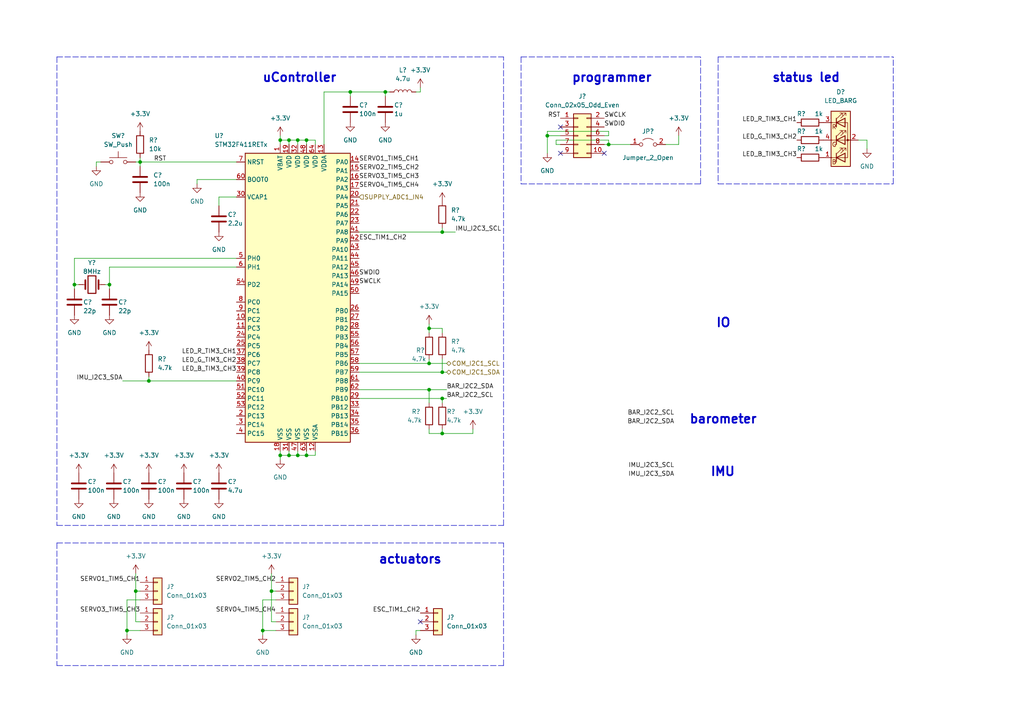
<source format=kicad_sch>
(kicad_sch (version 20211123) (generator eeschema)
  (paper "A4")
  (lib_symbols
    (symbol "Connector_Generic:Conn_01x03" (pin_names (offset 1.016) hide)
      (property "Reference" "J" (at 0 5.08 0))
      (property "Value" "Conn_01x03" (at 0 -5.08 0))
      (symbol "Conn_01x03_1_1"
        (rectangle (start -1.27 -2.413) (end 0 -2.667) (stroke (width 0.1524)))
        (rectangle (start -1.27 0.127) (end 0 -0.127) (stroke (width 0.1524)))
        (rectangle (start -1.27 2.667) (end 0 2.413) (stroke (width 0.1524)))
        (rectangle (start -1.27 3.81) (end 1.27 -3.81) (stroke (width 0.254)) (fill (type background)))
        (pin passive line (at -5.08 2.54 0) (length 3.81) (name "Pin_1") (number "1"))
        (pin passive line (at -5.08 0 0) (length 3.81) (name "Pin_2") (number "2"))
        (pin passive line (at -5.08 -2.54 0) (length 3.81) (name "Pin_3") (number "3"))
      )
    )
    (symbol "Connector_Generic:Conn_02x05_Odd_Even" (pin_names (offset 1.016) hide)
      (property "Reference" "J" (at 1.27 7.62 0))
      (property "Value" "Conn_02x05_Odd_Even" (at 1.27 -7.62 0))
      (symbol "Conn_02x05_Odd_Even_1_1"
        (rectangle (start -1.27 -4.953) (end 0 -5.207) (stroke (width 0.1524)))
        (rectangle (start -1.27 -2.413) (end 0 -2.667) (stroke (width 0.1524)))
        (rectangle (start -1.27 0.127) (end 0 -0.127) (stroke (width 0.1524)))
        (rectangle (start -1.27 2.667) (end 0 2.413) (stroke (width 0.1524)))
        (rectangle (start -1.27 5.207) (end 0 4.953) (stroke (width 0.1524)))
        (rectangle (start -1.27 6.35) (end 3.81 -6.35) (stroke (width 0.254)) (fill (type background)))
        (rectangle (start 3.81 -4.953) (end 2.54 -5.207) (stroke (width 0.1524)))
        (rectangle (start 3.81 -2.413) (end 2.54 -2.667) (stroke (width 0.1524)))
        (rectangle (start 3.81 0.127) (end 2.54 -0.127) (stroke (width 0.1524)))
        (rectangle (start 3.81 2.667) (end 2.54 2.413) (stroke (width 0.1524)))
        (rectangle (start 3.81 5.207) (end 2.54 4.953) (stroke (width 0.1524)))
        (pin passive line (at -5.08 5.08 0) (length 3.81) (name "Pin_1") (number "1"))
        (pin passive line (at 7.62 -5.08 180) (length 3.81) (name "Pin_10") (number "10"))
        (pin passive line (at 7.62 5.08 180) (length 3.81) (name "Pin_2") (number "2"))
        (pin passive line (at -5.08 2.54 0) (length 3.81) (name "Pin_3") (number "3"))
        (pin passive line (at 7.62 2.54 180) (length 3.81) (name "Pin_4") (number "4"))
        (pin passive line (at -5.08 0 0) (length 3.81) (name "Pin_5") (number "5"))
        (pin passive line (at 7.62 0 180) (length 3.81) (name "Pin_6") (number "6"))
        (pin passive line (at -5.08 -2.54 0) (length 3.81) (name "Pin_7") (number "7"))
        (pin passive line (at 7.62 -2.54 180) (length 3.81) (name "Pin_8") (number "8"))
        (pin passive line (at -5.08 -5.08 0) (length 3.81) (name "Pin_9") (number "9"))
      )
    )
    (symbol "Device:C" (pin_numbers hide) (pin_names (offset 0.254))
      (property "Reference" "C" (at 0.635 2.54 0))
      (property "Value" "C" (at 0.635 -2.54 0))
      (symbol "C_0_1"
        (polyline (pts (xy -2.032 -0.762) (xy 2.032 -0.762)) (stroke (width 0.508)))
        (polyline (pts (xy -2.032 0.762) (xy 2.032 0.762)) (stroke (width 0.508)))
      )
      (symbol "C_1_1"
        (pin passive line (at 0 3.81 270) (length 2.794) (name "~") (number "1"))
        (pin passive line (at 0 -3.81 90) (length 2.794) (name "~") (number "2"))
      )
    )
    (symbol "Device:Crystal" (pin_numbers hide) (pin_names (offset 1.016) hide)
      (property "Reference" "Y" (at 0 3.81 0))
      (property "Value" "Crystal" (at 0 -3.81 0))
      (symbol "Crystal_0_1"
        (rectangle (start -1.143 2.54) (end 1.143 -2.54) (stroke (width 0.3048)))
        (polyline (pts (xy -2.54 0) (xy -1.905 0)))
        (polyline (pts (xy -1.905 -1.27) (xy -1.905 1.27)) (stroke (width 0.508)))
        (polyline (pts (xy 1.905 -1.27) (xy 1.905 1.27)) (stroke (width 0.508)))
        (polyline (pts (xy 2.54 0) (xy 1.905 0)))
      )
      (symbol "Crystal_1_1"
        (pin passive line (at -3.81 0 0) (length 1.27) (name "1") (number "1"))
        (pin passive line (at 3.81 0 180) (length 1.27) (name "2") (number "2"))
      )
    )
    (symbol "Device:L" (pin_numbers hide) (pin_names (offset 1.016) hide)
      (property "Reference" "L" (at -1.27 0 90))
      (property "Value" "L" (at 1.905 0 90))
      (symbol "L_0_1"
        (arc (start 0 -2.54) (mid 0.635 -1.905) (end 0 -1.27))
        (arc (start 0 -1.27) (mid 0.635 -0.635) (end 0 0))
        (arc (start 0 0) (mid 0.635 0.635) (end 0 1.27))
        (arc (start 0 1.27) (mid 0.635 1.905) (end 0 2.54))
      )
      (symbol "L_1_1"
        (pin passive line (at 0 3.81 270) (length 1.27) (name "1") (number "1"))
        (pin passive line (at 0 -3.81 90) (length 1.27) (name "2") (number "2"))
      )
    )
    (symbol "Device:LED_BARG" (pin_names (offset 0) hide)
      (property "Reference" "D" (at 0 9.398 0))
      (property "Value" "LED_BARG" (at 0 -8.89 0))
      (symbol "LED_BARG_0_0"
        (text "B" (at -1.905 -6.35 0) (effects (font (size 1.27 1.27))))
        (text "G" (at -1.905 -1.27 0) (effects (font (size 1.27 1.27))))
        (text "R" (at -1.905 3.81 0) (effects (font (size 1.27 1.27))))
      )
      (symbol "LED_BARG_0_1"
        (polyline (pts (xy -1.27 -5.08) (xy -2.54 -5.08)))
        (polyline (pts (xy -1.27 -5.08) (xy 1.27 -5.08)))
        (polyline (pts (xy -1.27 -3.81) (xy -1.27 -6.35)) (stroke (width 0.254)))
        (polyline (pts (xy -1.27 0) (xy -2.54 0)))
        (polyline (pts (xy -1.27 1.27) (xy -1.27 -1.27)) (stroke (width 0.254)))
        (polyline (pts (xy -1.27 5.08) (xy -2.54 5.08)))
        (polyline (pts (xy -1.27 5.08) (xy 1.27 5.08)))
        (polyline (pts (xy -1.27 6.35) (xy -1.27 3.81)) (stroke (width 0.254)))
        (polyline (pts (xy 1.27 0) (xy -1.27 0)))
        (polyline (pts (xy 1.27 0) (xy 2.54 0)))
        (polyline (pts (xy -1.27 1.27) (xy -1.27 -1.27) (xy -1.27 -1.27)))
        (polyline (pts (xy -1.27 6.35) (xy -1.27 3.81) (xy -1.27 3.81)))
        (polyline (pts (xy 1.27 -5.08) (xy 2.032 -5.08) (xy 2.032 5.08) (xy 1.27 5.08)))
        (polyline (pts (xy 1.27 -3.81) (xy 1.27 -6.35) (xy -1.27 -5.08) (xy 1.27 -3.81)) (stroke (width 0.254)))
        (polyline (pts (xy 1.27 1.27) (xy 1.27 -1.27) (xy -1.27 0) (xy 1.27 1.27)) (stroke (width 0.254)))
        (polyline (pts (xy 1.27 6.35) (xy 1.27 3.81) (xy -1.27 5.08) (xy 1.27 6.35)) (stroke (width 0.254)))
        (polyline (pts (xy -1.016 -3.81) (xy 0.508 -2.286) (xy -0.254 -2.286) (xy 0.508 -2.286) (xy 0.508 -3.048)))
        (polyline (pts (xy -1.016 1.27) (xy 0.508 2.794) (xy -0.254 2.794) (xy 0.508 2.794) (xy 0.508 2.032)))
        (polyline (pts (xy -1.016 6.35) (xy 0.508 7.874) (xy -0.254 7.874) (xy 0.508 7.874) (xy 0.508 7.112)))
        (polyline (pts (xy 0 -3.81) (xy 1.524 -2.286) (xy 0.762 -2.286) (xy 1.524 -2.286) (xy 1.524 -3.048)))
        (polyline (pts (xy 0 1.27) (xy 1.524 2.794) (xy 0.762 2.794) (xy 1.524 2.794) (xy 1.524 2.032)))
        (polyline (pts (xy 0 6.35) (xy 1.524 7.874) (xy 0.762 7.874) (xy 1.524 7.874) (xy 1.524 7.112)))
        (rectangle (start 1.27 -1.27) (end 1.27 1.27))
        (rectangle (start 1.27 1.27) (end 1.27 1.27))
        (rectangle (start 1.27 3.81) (end 1.27 6.35))
        (rectangle (start 1.27 6.35) (end 1.27 6.35))
        (circle (center 2.032 0) (radius 0.254) (fill (type outline)))
        (rectangle (start 2.794 8.382) (end -2.794 -7.62) (stroke (width 0.254)) (fill (type background)))
      )
      (symbol "LED_BARG_1_1"
        (pin passive line (at -5.08 -5.08 0) (length 2.54) (name "BK") (number "1"))
        (pin passive line (at 5.08 0 180) (length 2.54) (name "A") (number "2"))
        (pin passive line (at -5.08 5.08 0) (length 2.54) (name "RK") (number "3"))
        (pin passive line (at -5.08 0 0) (length 2.54) (name "GK") (number "4"))
      )
    )
    (symbol "Device:R" (pin_numbers hide) (pin_names (offset 0))
      (property "Reference" "R" (at 2.032 0 90))
      (property "Value" "R" (at 0 0 90))
      (symbol "R_0_1"
        (rectangle (start -1.016 -2.54) (end 1.016 2.54) (stroke (width 0.254)))
      )
      (symbol "R_1_1"
        (pin passive line (at 0 3.81 270) (length 1.27) (name "~") (number "1"))
        (pin passive line (at 0 -3.81 90) (length 1.27) (name "~") (number "2"))
      )
    )
    (symbol "Jumper:Jumper_2_Open" (pin_names (offset 0) hide)
      (property "Reference" "JP" (at 0 2.794 0))
      (property "Value" "Jumper_2_Open" (at 0 -2.286 0))
      (symbol "Jumper_2_Open_0_0"
        (circle (center -2.032 0) (radius 0.508))
        (circle (center 2.032 0) (radius 0.508))
      )
      (symbol "Jumper_2_Open_0_1"
        (arc (start 1.524 1.27) (mid 0 1.778) (end -1.524 1.27))
      )
      (symbol "Jumper_2_Open_1_1"
        (pin passive line (at -5.08 0 0) (length 2.54) (name "A") (number "1"))
        (pin passive line (at 5.08 0 180) (length 2.54) (name "B") (number "2"))
      )
    )
    (symbol "MCU_ST_STM32F4:STM32F411RETx"
      (property "Reference" "U" (at -15.24 41.91 0))
      (property "Value" "STM32F411RETx" (at 10.16 41.91 0))
      (symbol "STM32F411RETx_0_1"
        (rectangle (start -15.24 -43.18) (end 15.24 40.64) (stroke (width 0.254)) (fill (type background)))
      )
      (symbol "STM32F411RETx_1_1"
        (pin power_in line (at -5.08 43.18 270) (length 2.54) (name "VBAT") (number "1"))
        (pin bidirectional line (at -17.78 -7.62 0) (length 2.54) (name "PC2") (number "10"))
        (pin bidirectional line (at -17.78 -10.16 0) (length 2.54) (name "PC3") (number "11"))
        (pin power_in line (at 5.08 -45.72 90) (length 2.54) (name "VSSA") (number "12"))
        (pin power_in line (at 7.62 43.18 270) (length 2.54) (name "VDDA") (number "13"))
        (pin bidirectional line (at 17.78 38.1 180) (length 2.54) (name "PA0") (number "14"))
        (pin bidirectional line (at 17.78 35.56 180) (length 2.54) (name "PA1") (number "15"))
        (pin bidirectional line (at 17.78 33.02 180) (length 2.54) (name "PA2") (number "16"))
        (pin bidirectional line (at 17.78 30.48 180) (length 2.54) (name "PA3") (number "17"))
        (pin power_in line (at -5.08 -45.72 90) (length 2.54) (name "VSS") (number "18"))
        (pin power_in line (at -2.54 43.18 270) (length 2.54) (name "VDD") (number "19"))
        (pin bidirectional line (at -17.78 -35.56 0) (length 2.54) (name "PC13") (number "2"))
        (pin bidirectional line (at 17.78 27.94 180) (length 2.54) (name "PA4") (number "20"))
        (pin bidirectional line (at 17.78 25.4 180) (length 2.54) (name "PA5") (number "21"))
        (pin bidirectional line (at 17.78 22.86 180) (length 2.54) (name "PA6") (number "22"))
        (pin bidirectional line (at 17.78 20.32 180) (length 2.54) (name "PA7") (number "23"))
        (pin bidirectional line (at -17.78 -12.7 0) (length 2.54) (name "PC4") (number "24"))
        (pin bidirectional line (at -17.78 -15.24 0) (length 2.54) (name "PC5") (number "25"))
        (pin bidirectional line (at 17.78 -5.08 180) (length 2.54) (name "PB0") (number "26"))
        (pin bidirectional line (at 17.78 -7.62 180) (length 2.54) (name "PB1") (number "27"))
        (pin bidirectional line (at 17.78 -10.16 180) (length 2.54) (name "PB2") (number "28"))
        (pin bidirectional line (at 17.78 -30.48 180) (length 2.54) (name "PB10") (number "29"))
        (pin bidirectional line (at -17.78 -38.1 0) (length 2.54) (name "PC14") (number "3"))
        (pin power_in line (at -17.78 27.94 0) (length 2.54) (name "VCAP1") (number "30"))
        (pin power_in line (at -2.54 -45.72 90) (length 2.54) (name "VSS") (number "31"))
        (pin power_in line (at 0 43.18 270) (length 2.54) (name "VDD") (number "32"))
        (pin bidirectional line (at 17.78 -33.02 180) (length 2.54) (name "PB12") (number "33"))
        (pin bidirectional line (at 17.78 -35.56 180) (length 2.54) (name "PB13") (number "34"))
        (pin bidirectional line (at 17.78 -38.1 180) (length 2.54) (name "PB14") (number "35"))
        (pin bidirectional line (at 17.78 -40.64 180) (length 2.54) (name "PB15") (number "36"))
        (pin bidirectional line (at -17.78 -17.78 0) (length 2.54) (name "PC6") (number "37"))
        (pin bidirectional line (at -17.78 -20.32 0) (length 2.54) (name "PC7") (number "38"))
        (pin bidirectional line (at -17.78 -22.86 0) (length 2.54) (name "PC8") (number "39"))
        (pin bidirectional line (at -17.78 -40.64 0) (length 2.54) (name "PC15") (number "4"))
        (pin bidirectional line (at -17.78 -25.4 0) (length 2.54) (name "PC9") (number "40"))
        (pin bidirectional line (at 17.78 17.78 180) (length 2.54) (name "PA8") (number "41"))
        (pin bidirectional line (at 17.78 15.24 180) (length 2.54) (name "PA9") (number "42"))
        (pin bidirectional line (at 17.78 12.7 180) (length 2.54) (name "PA10") (number "43"))
        (pin bidirectional line (at 17.78 10.16 180) (length 2.54) (name "PA11") (number "44"))
        (pin bidirectional line (at 17.78 7.62 180) (length 2.54) (name "PA12") (number "45"))
        (pin bidirectional line (at 17.78 5.08 180) (length 2.54) (name "PA13") (number "46"))
        (pin power_in line (at 0 -45.72 90) (length 2.54) (name "VSS") (number "47"))
        (pin power_in line (at 2.54 43.18 270) (length 2.54) (name "VDD") (number "48"))
        (pin bidirectional line (at 17.78 2.54 180) (length 2.54) (name "PA14") (number "49"))
        (pin input line (at -17.78 10.16 0) (length 2.54) (name "PH0") (number "5"))
        (pin bidirectional line (at 17.78 0 180) (length 2.54) (name "PA15") (number "50"))
        (pin bidirectional line (at -17.78 -27.94 0) (length 2.54) (name "PC10") (number "51"))
        (pin bidirectional line (at -17.78 -30.48 0) (length 2.54) (name "PC11") (number "52"))
        (pin bidirectional line (at -17.78 -33.02 0) (length 2.54) (name "PC12") (number "53"))
        (pin bidirectional line (at -17.78 2.54 0) (length 2.54) (name "PD2") (number "54"))
        (pin bidirectional line (at 17.78 -12.7 180) (length 2.54) (name "PB3") (number "55"))
        (pin bidirectional line (at 17.78 -15.24 180) (length 2.54) (name "PB4") (number "56"))
        (pin bidirectional line (at 17.78 -17.78 180) (length 2.54) (name "PB5") (number "57"))
        (pin bidirectional line (at 17.78 -20.32 180) (length 2.54) (name "PB6") (number "58"))
        (pin bidirectional line (at 17.78 -22.86 180) (length 2.54) (name "PB7") (number "59"))
        (pin input line (at -17.78 7.62 0) (length 2.54) (name "PH1") (number "6"))
        (pin input line (at -17.78 33.02 0) (length 2.54) (name "BOOT0") (number "60"))
        (pin bidirectional line (at 17.78 -25.4 180) (length 2.54) (name "PB8") (number "61"))
        (pin bidirectional line (at 17.78 -27.94 180) (length 2.54) (name "PB9") (number "62"))
        (pin power_in line (at 2.54 -45.72 90) (length 2.54) (name "VSS") (number "63"))
        (pin power_in line (at 5.08 43.18 270) (length 2.54) (name "VDD") (number "64"))
        (pin input line (at -17.78 38.1 0) (length 2.54) (name "NRST") (number "7"))
        (pin bidirectional line (at -17.78 -2.54 0) (length 2.54) (name "PC0") (number "8"))
        (pin bidirectional line (at -17.78 -5.08 0) (length 2.54) (name "PC1") (number "9"))
      )
    )
    (symbol "Switch:SW_Push" (pin_numbers hide) (pin_names (offset 1.016) hide)
      (property "Reference" "SW" (at 1.27 2.54 0))
      (property "Value" "SW_Push" (at 0 -1.524 0))
      (symbol "SW_Push_0_1"
        (circle (center -2.032 0) (radius 0.508))
        (polyline (pts (xy 0 1.27) (xy 0 3.048)))
        (polyline (pts (xy 2.54 1.27) (xy -2.54 1.27)))
        (circle (center 2.032 0) (radius 0.508))
        (pin passive line (at -5.08 0 0) (length 2.54) (name "1") (number "1"))
        (pin passive line (at 5.08 0 180) (length 2.54) (name "2") (number "2"))
      )
    )
    (symbol "power:+3.3V" (power) (pin_names (offset 0))
      (property "Value" "+3.3V" (at 0 3.556 0))
      (symbol "+3.3V_0_1"
        (polyline (pts (xy -0.762 1.27) (xy 0 2.54)))
        (polyline (pts (xy 0 0) (xy 0 2.54)))
        (polyline (pts (xy 0 2.54) (xy 0.762 1.27)))
      )
      (symbol "+3.3V_1_1"
        (pin power_in line (at 0 0 90) (length 0) hide (name "+3.3V") (number "1"))
      )
    )
    (symbol "power:GND" (power) (pin_names (offset 0))
      (property "Value" "GND" (at 0 -3.81 0))
      (symbol "GND_0_1"
        (polyline (pts (xy 0 0) (xy 0 -1.27) (xy 1.27 -1.27) (xy 0 -2.54) (xy -1.27 -1.27) (xy 0 -1.27)))
      )
      (symbol "GND_1_1"
        (pin power_in line (at 0 0 270) (length 0) hide (name "GND") (number "1"))
      )
    )
  )
  (junction (at 83.82 132.08))
  (junction (at 40.64 46.99))
  (junction (at 83.82 40.64))
  (junction (at 81.28 40.64))
  (junction (at 128.27 107.95))
  (junction (at 88.9 132.08))
  (junction (at 39.37 171.45))
  (junction (at 88.9 40.64))
  (junction (at 86.36 40.64))
  (junction (at 86.36 132.08))
  (junction (at 76.2 182.88))
  (junction (at 36.83 182.88))
  (junction (at 128.27 125.73))
  (junction (at 124.46 113.03))
  (junction (at 101.6 26.67))
  (junction (at 81.28 132.08))
  (junction (at 31.75 82.55))
  (junction (at 176.53 41.91))
  (junction (at 111.76 26.67))
  (junction (at 21.59 82.55))
  (junction (at 158.75 39.37))
  (junction (at 128.27 115.57))
  (junction (at 43.18 110.49))
  (junction (at 124.46 95.25))
  (junction (at 78.74 171.45))
  (junction (at 124.46 105.41))
  (junction (at 128.27 67.31))
  (no_connect (at 162.56 44.45))
  (no_connect (at 162.56 36.83))
  (no_connect (at 175.26 44.45))
  (no_connect (at 121.92 180.34))
  (wire (pts (xy 196.85 41.91) (xy 196.85 39.37)))
  (wire (pts (xy 31.75 82.55) (xy 31.75 83.82)))
  (wire (pts (xy 161.29 40.64) (xy 176.53 40.64)))
  (wire (pts (xy 36.83 182.88) (xy 36.83 173.99)))
  (wire (pts (xy 68.58 52.07) (xy 57.15 52.07)))
  (wire (pts (xy 124.46 105.41) (xy 104.14 105.41)))
  (wire (pts (xy 31.75 82.55) (xy 30.48 82.55)))
  (wire (pts (xy 121.92 26.67) (xy 121.92 25.4)))
  (polyline (pts (xy 208.28 16.51) (xy 259.08 16.51)))
  (wire (pts (xy 129.54 105.41) (xy 124.46 105.41)))
  (wire (pts (xy 21.59 82.55) (xy 22.86 82.55)))
  (wire (pts (xy 129.54 107.95) (xy 128.27 107.95)))
  (polyline (pts (xy 208.28 53.34) (xy 259.08 53.34)))
  (polyline (pts (xy 16.51 157.48) (xy 146.05 157.48)))
  (wire (pts (xy 91.44 40.64) (xy 91.44 41.91)))
  (wire (pts (xy 91.44 132.08) (xy 91.44 130.81)))
  (wire (pts (xy 86.36 132.08) (xy 86.36 130.81)))
  (wire (pts (xy 111.76 26.67) (xy 113.03 26.67)))
  (wire (pts (xy 36.83 182.88) (xy 36.83 184.15)))
  (wire (pts (xy 124.46 125.73) (xy 128.27 125.73)))
  (wire (pts (xy 83.82 40.64) (xy 83.82 41.91)))
  (wire (pts (xy 83.82 130.81) (xy 83.82 132.08)))
  (wire (pts (xy 76.2 182.88) (xy 80.01 182.88)))
  (wire (pts (xy 124.46 95.25) (xy 128.27 95.25)))
  (wire (pts (xy 175.26 39.37) (xy 176.53 39.37)))
  (wire (pts (xy 76.2 182.88) (xy 76.2 184.15)))
  (wire (pts (xy 86.36 132.08) (xy 88.9 132.08)))
  (wire (pts (xy 248.92 40.64) (xy 251.46 40.64)))
  (wire (pts (xy 68.58 74.93) (xy 21.59 74.93)))
  (wire (pts (xy 83.82 40.64) (xy 86.36 40.64)))
  (wire (pts (xy 128.27 67.31) (xy 104.14 67.31)))
  (wire (pts (xy 81.28 40.64) (xy 83.82 40.64)))
  (wire (pts (xy 81.28 132.08) (xy 83.82 132.08)))
  (polyline (pts (xy 151.13 53.34) (xy 203.2 53.34)))
  (wire (pts (xy 39.37 166.37) (xy 39.37 171.45)))
  (polyline (pts (xy 16.51 152.4) (xy 146.05 152.4)))
  (wire (pts (xy 120.65 26.67) (xy 121.92 26.67)))
  (wire (pts (xy 129.54 115.57) (xy 128.27 115.57)))
  (wire (pts (xy 80.01 180.34) (xy 78.74 180.34)))
  (wire (pts (xy 88.9 40.64) (xy 91.44 40.64)))
  (wire (pts (xy 176.53 38.1) (xy 158.75 38.1)))
  (wire (pts (xy 78.74 166.37) (xy 78.74 171.45)))
  (wire (pts (xy 128.27 115.57) (xy 104.14 115.57)))
  (wire (pts (xy 39.37 171.45) (xy 39.37 180.34)))
  (polyline (pts (xy 259.08 53.34) (xy 259.08 16.51)))
  (wire (pts (xy 128.27 107.95) (xy 104.14 107.95)))
  (wire (pts (xy 21.59 74.93) (xy 21.59 82.55)))
  (wire (pts (xy 124.46 124.46) (xy 124.46 125.73)))
  (wire (pts (xy 86.36 40.64) (xy 86.36 41.91)))
  (wire (pts (xy 128.27 66.04) (xy 128.27 67.31)))
  (wire (pts (xy 35.56 110.49) (xy 43.18 110.49)))
  (wire (pts (xy 124.46 93.98) (xy 124.46 95.25)))
  (polyline (pts (xy 16.51 157.48) (xy 16.51 193.04)))
  (wire (pts (xy 88.9 40.64) (xy 88.9 41.91)))
  (wire (pts (xy 101.6 26.67) (xy 101.6 27.94)))
  (wire (pts (xy 161.29 41.91) (xy 161.29 40.64)))
  (wire (pts (xy 93.98 41.91) (xy 93.98 26.67)))
  (polyline (pts (xy 16.51 16.51) (xy 146.05 16.51)))
  (wire (pts (xy 63.5 57.15) (xy 63.5 59.69)))
  (wire (pts (xy 81.28 130.81) (xy 81.28 132.08)))
  (wire (pts (xy 251.46 40.64) (xy 251.46 43.18)))
  (wire (pts (xy 81.28 41.91) (xy 81.28 40.64)))
  (wire (pts (xy 124.46 113.03) (xy 124.46 116.84)))
  (polyline (pts (xy 208.28 16.51) (xy 208.28 53.34)))
  (polyline (pts (xy 146.05 193.04) (xy 146.05 157.48)))
  (polyline (pts (xy 146.05 152.4) (xy 146.05 16.51)))
  (wire (pts (xy 128.27 95.25) (xy 128.27 96.52)))
  (wire (pts (xy 128.27 125.73) (xy 137.16 125.73)))
  (wire (pts (xy 81.28 39.37) (xy 81.28 40.64)))
  (polyline (pts (xy 151.13 16.51) (xy 203.2 16.51)))
  (wire (pts (xy 86.36 40.64) (xy 88.9 40.64)))
  (wire (pts (xy 57.15 52.07) (xy 57.15 53.34)))
  (polyline (pts (xy 203.2 53.34) (xy 203.2 16.51)))
  (wire (pts (xy 81.28 132.08) (xy 81.28 133.35)))
  (wire (pts (xy 124.46 113.03) (xy 104.14 113.03)))
  (wire (pts (xy 124.46 104.14) (xy 124.46 105.41)))
  (wire (pts (xy 158.75 39.37) (xy 158.75 44.45)))
  (wire (pts (xy 36.83 182.88) (xy 40.64 182.88)))
  (wire (pts (xy 132.08 67.31) (xy 128.27 67.31)))
  (wire (pts (xy 162.56 41.91) (xy 161.29 41.91)))
  (wire (pts (xy 43.18 110.49) (xy 68.58 110.49)))
  (wire (pts (xy 88.9 132.08) (xy 88.9 130.81)))
  (polyline (pts (xy 16.51 16.51) (xy 16.51 152.4)))
  (wire (pts (xy 78.74 180.34) (xy 78.74 171.45)))
  (wire (pts (xy 120.65 182.88) (xy 121.92 182.88)))
  (wire (pts (xy 101.6 26.67) (xy 111.76 26.67)))
  (wire (pts (xy 129.54 113.03) (xy 124.46 113.03)))
  (wire (pts (xy 39.37 171.45) (xy 40.64 171.45)))
  (wire (pts (xy 39.37 180.34) (xy 40.64 180.34)))
  (wire (pts (xy 193.04 41.91) (xy 196.85 41.91)))
  (wire (pts (xy 88.9 132.08) (xy 91.44 132.08)))
  (wire (pts (xy 158.75 38.1) (xy 158.75 39.37)))
  (wire (pts (xy 36.83 173.99) (xy 40.64 173.99)))
  (wire (pts (xy 27.94 46.99) (xy 27.94 48.26)))
  (wire (pts (xy 83.82 132.08) (xy 86.36 132.08)))
  (wire (pts (xy 128.27 115.57) (xy 128.27 116.84)))
  (wire (pts (xy 111.76 26.67) (xy 111.76 27.94)))
  (wire (pts (xy 76.2 173.99) (xy 80.01 173.99)))
  (wire (pts (xy 93.98 26.67) (xy 101.6 26.67)))
  (wire (pts (xy 29.21 46.99) (xy 27.94 46.99)))
  (polyline (pts (xy 16.51 193.04) (xy 146.05 193.04)))
  (wire (pts (xy 43.18 109.22) (xy 43.18 110.49)))
  (polyline (pts (xy 151.13 16.51) (xy 151.13 53.34)))
  (wire (pts (xy 39.37 46.99) (xy 40.64 46.99)))
  (wire (pts (xy 176.53 40.64) (xy 176.53 41.91)))
  (wire (pts (xy 68.58 46.99) (xy 40.64 46.99)))
  (wire (pts (xy 21.59 82.55) (xy 21.59 83.82)))
  (wire (pts (xy 128.27 104.14) (xy 128.27 107.95)))
  (wire (pts (xy 176.53 39.37) (xy 176.53 38.1)))
  (wire (pts (xy 137.16 125.73) (xy 137.16 124.46)))
  (wire (pts (xy 128.27 125.73) (xy 128.27 124.46)))
  (wire (pts (xy 40.64 46.99) (xy 40.64 48.26)))
  (wire (pts (xy 78.74 171.45) (xy 80.01 171.45)))
  (wire (pts (xy 176.53 41.91) (xy 182.88 41.91)))
  (wire (pts (xy 31.75 77.47) (xy 31.75 82.55)))
  (wire (pts (xy 158.75 39.37) (xy 162.56 39.37)))
  (wire (pts (xy 40.64 46.99) (xy 40.64 45.72)))
  (wire (pts (xy 176.53 41.91) (xy 175.26 41.91)))
  (wire (pts (xy 120.65 184.15) (xy 120.65 182.88)))
  (wire (pts (xy 124.46 95.25) (xy 124.46 96.52)))
  (wire (pts (xy 68.58 77.47) (xy 31.75 77.47)))
  (wire (pts (xy 76.2 182.88) (xy 76.2 173.99)))
  (wire (pts (xy 68.58 57.15) (xy 63.5 57.15)))
  (text "IMU" (at 213.36 138.43 180) (effects (font (size 2.54 2.54) (thickness 0.508) bold) (justify right bottom)))
  (text "actuators" (at 128.27 163.83 180) (effects (font (size 2.54 2.54) (thickness 0.508) bold) (justify right bottom)))
  (text "IO" (at 212.09 95.25 180) (effects (font (size 2.54 2.54) (thickness 0.508) bold) (justify right bottom)))
  (text "status led" (at 243.84 24.13 180) (effects (font (size 2.54 2.54) (thickness 0.508) bold) (justify right bottom)))
  (text "uController" (at 97.79 24.13 180) (effects (font (size 2.54 2.54) (thickness 0.508) bold) (justify right bottom)))
  (text "programmer" (at 189.23 24.13 180) (effects (font (size 2.54 2.54) (thickness 0.508) bold) (justify right bottom)))
  (text "barometer" (at 219.71 123.19 180) (effects (font (size 2.54 2.54) (thickness 0.508) bold) (justify right bottom)))
  (label "LED_R_TIM3_CH1" (at 231.14 35.56 180))
  (label "SERVO2_TIM5_CH2" (at 104.14 49.53 0))
  (label "LED_B_TIM3_CH3" (at 231.14 45.72 180))
  (label "BAR_I2C2_SDA" (at 129.54 113.03 0))
  (label "SWDIO" (at 175.26 36.83 0))
  (label "IMU_I2C3_SDA" (at 195.58 138.43 180))
  (label "ESC_TIM1_CH2" (at 104.14 69.85 0))
  (label "LED_B_TIM3_CH3" (at 68.58 107.95 180))
  (label "LED_R_TIM3_CH1" (at 68.58 102.87 180))
  (label "SWCLK" (at 175.26 34.29 0))
  (label "SERVO4_TIM5_CH4" (at 104.14 54.61 0))
  (label "ESC_TIM1_CH2" (at 121.92 177.8 180))
  (label "BAR_I2C2_SDA" (at 195.58 123.19 180))
  (label "SERVO1_TIM5_CH1" (at 40.64 168.91 180))
  (label "IMU_I2C3_SCL" (at 132.08 67.31 0))
  (label "BAR_I2C2_SCL" (at 129.54 115.57 0))
  (label "SERVO3_TIM5_CH3" (at 104.14 52.07 0))
  (label "RST" (at 48.26 46.99 180))
  (label "SWCLK" (at 104.14 82.55 0))
  (label "IMU_I2C3_SDA" (at 35.56 110.49 180))
  (label "SERVO4_TIM5_CH4" (at 80.01 177.8 180))
  (label "SERVO1_TIM5_CH1" (at 104.14 46.99 0))
  (label "LED_G_TIM3_CH2" (at 68.58 105.41 180))
  (label "SERVO3_TIM5_CH3" (at 40.64 177.8 180))
  (label "LED_G_TIM3_CH2" (at 231.14 40.64 180))
  (label "RST" (at 162.56 34.29 180))
  (label "SWDIO" (at 104.14 80.01 0))
  (label "BAR_I2C2_SCL" (at 195.58 120.65 180))
  (label "IMU_I2C3_SCL" (at 195.58 135.89 180))
  (label "SERVO2_TIM5_CH2" (at 80.01 168.91 180))
  (hierarchical_label "COM_I2C1_SDA" (shape bidirectional) (at 129.54 107.95 0))
  (hierarchical_label "COM_I2C1_SCL" (shape bidirectional) (at 129.54 105.41 0))
  (hierarchical_label "SUPPLY_ADC1_IN4" (shape input) (at 104.14 57.15 0))
  (symbol (lib_id "Device:C") (at 101.6 31.75 0) (unit 1)
    (property "Reference" "C?" (at 104.14 30.48 0) (effects (justify left)))
    (property "Value" "100n" (at 104.14 33.02 0) (effects (justify left)))
  )
  (symbol (lib_id "power:GND") (at 158.75 44.45 0) (unit 1)
    (property "Reference" "#PWR?" (effects hide))
    (property "Value" "GND" (at 158.75 49.53 0))
  )
  (symbol (lib_id "Connector_Generic:Conn_02x05_Odd_Even") (at 167.64 39.37 0) (unit 1)
    (property "Reference" "J?" (at 168.91 27.94 0))
    (property "Value" "Conn_02x05_Odd_Even" (at 168.91 30.48 0))
  )
  (symbol (lib_id "power:+3.3V") (at 137.16 124.46 0) (unit 1)
    (property "Reference" "#PWR?" (effects hide))
    (property "Value" "+3.3V" (at 137.16 119.38 0))
  )
  (symbol (lib_id "power:GND") (at 76.2 184.15 0) (unit 1)
    (property "Reference" "#PWR?" (effects hide))
    (property "Value" "GND" (at 76.2 189.23 0))
  )
  (symbol (lib_id "Device:C") (at 63.5 140.97 0) (unit 1)
    (property "Reference" "C?" (at 66.04 139.7 0) (effects (justify left)))
    (property "Value" "4.7u" (at 66.04 142.24 0) (effects (justify left)))
  )
  (symbol (lib_id "Device:C") (at 33.02 140.97 0) (unit 1)
    (property "Reference" "C?" (at 35.56 139.7 0) (effects (justify left)))
    (property "Value" "100n" (at 35.56 142.24 0) (effects (justify left)))
  )
  (symbol (lib_id "Device:C") (at 53.34 140.97 0) (unit 1)
    (property "Reference" "C?" (at 55.88 139.7 0) (effects (justify left)))
    (property "Value" "100n" (at 55.88 142.24 0) (effects (justify left)))
  )
  (symbol (lib_id "Device:LED_BARG") (at 243.84 40.64 0) (unit 1)
    (property "Reference" "D?" (at 243.84 26.67 0))
    (property "Value" "LED_BARG" (at 243.84 29.21 0))
  )
  (symbol (lib_id "power:GND") (at 251.46 43.18 0) (unit 1)
    (property "Reference" "#PWR?" (effects hide))
    (property "Value" "GND" (at 251.46 48.26 0))
  )
  (symbol (lib_id "Connector_Generic:Conn_01x03") (at 127 180.34 0) (unit 1)
    (property "Reference" "J?" (at 129.54 179.0699 0) (effects (justify left)))
    (property "Value" "Conn_01x03" (at 129.54 181.6099 0) (effects (justify left)))
  )
  (symbol (lib_id "Device:R") (at 128.27 120.65 0) (unit 1)
    (property "Reference" "R?" (at 129.54 119.38 0) (effects (justify left)))
    (property "Value" "4.7k" (at 129.54 121.92 0) (effects (justify left)))
  )
  (symbol (lib_id "power:GND") (at 43.18 144.78 0) (unit 1)
    (property "Reference" "#PWR?" (effects hide))
    (property "Value" "GND" (at 43.18 149.86 0))
  )
  (symbol (lib_id "Connector_Generic:Conn_01x03") (at 85.09 171.45 0) (unit 1)
    (property "Reference" "J?" (at 87.63 170.1799 0) (effects (justify left)))
    (property "Value" "Conn_01x03" (at 87.63 172.7199 0) (effects (justify left)))
  )
  (symbol (lib_id "power:+3.3V") (at 128.27 58.42 0) (unit 1)
    (property "Reference" "#PWR?" (effects hide))
    (property "Value" "+3.3V" (at 128.27 53.34 0))
  )
  (symbol (lib_id "Device:R") (at 124.46 100.33 0) (unit 1)
    (property "Reference" "R?" (at 120.65 101.6 0) (effects (justify left)))
    (property "Value" "4.7k" (at 119.38 104.14 0) (effects (justify left)))
  )
  (symbol (lib_id "power:+3.3V") (at 43.18 137.16 0) (unit 1)
    (property "Reference" "#PWR?" (effects hide))
    (property "Value" "+3.3V" (at 43.18 132.08 0))
  )
  (symbol (lib_id "power:GND") (at 57.15 53.34 0) (unit 1)
    (property "Reference" "#PWR?" (effects hide))
    (property "Value" "GND" (at 57.15 58.42 0))
  )
  (symbol (lib_id "power:GND") (at 53.34 144.78 0) (unit 1)
    (property "Reference" "#PWR?" (effects hide))
    (property "Value" "GND" (at 53.34 149.86 0))
  )
  (symbol (lib_id "power:+3.3V") (at 39.37 166.37 0) (unit 1)
    (property "Reference" "#PWR?" (effects hide))
    (property "Value" "+3.3V" (at 39.37 161.29 0))
  )
  (symbol (lib_id "power:GND") (at 33.02 144.78 0) (unit 1)
    (property "Reference" "#PWR?" (effects hide))
    (property "Value" "GND" (at 33.02 149.86 0))
  )
  (symbol (lib_id "Connector_Generic:Conn_01x03") (at 45.72 171.45 0) (unit 1)
    (property "Reference" "J?" (at 48.26 170.1799 0) (effects (justify left)))
    (property "Value" "Conn_01x03" (at 48.26 172.7199 0) (effects (justify left)))
  )
  (symbol (lib_id "power:GND") (at 101.6 35.56 0) (unit 1)
    (property "Reference" "#PWR?" (effects hide))
    (property "Value" "GND" (at 101.6 40.64 0))
  )
  (symbol (lib_id "Device:C") (at 43.18 140.97 0) (unit 1)
    (property "Reference" "C?" (at 45.72 139.7 0) (effects (justify left)))
    (property "Value" "100n" (at 45.72 142.24 0) (effects (justify left)))
  )
  (symbol (lib_id "Device:C") (at 21.59 87.63 0) (unit 1)
    (property "Reference" "C?" (at 24.13 87.63 0) (effects (justify left)))
    (property "Value" "22p" (at 24.13 90.17 0) (effects (justify left)))
  )
  (symbol (lib_id "power:+3.3V") (at 78.74 166.37 0) (unit 1)
    (property "Reference" "#PWR?" (effects hide))
    (property "Value" "+3.3V" (at 78.74 161.29 0))
  )
  (symbol (lib_id "Device:R") (at 128.27 62.23 0) (unit 1)
    (property "Reference" "R?" (at 130.81 60.9599 0) (effects (justify left)))
    (property "Value" "4.7k" (at 130.81 63.4999 0) (effects (justify left)))
  )
  (symbol (lib_id "Device:L") (at 116.84 26.67 90) (unit 1)
    (property "Reference" "L?" (at 116.84 20.32 90))
    (property "Value" "4.7u" (at 116.84 22.86 90))
  )
  (symbol (lib_id "Device:R") (at 40.64 41.91 0) (unit 1)
    (property "Reference" "R?" (at 43.18 40.6399 0) (effects (justify left)))
    (property "Value" "10k" (at 43.18 43.1799 0) (effects (justify left)))
  )
  (symbol (lib_id "Connector_Generic:Conn_01x03") (at 85.09 180.34 0) (unit 1)
    (property "Reference" "J?" (at 87.63 179.0699 0) (effects (justify left)))
    (property "Value" "Conn_01x03" (at 87.63 181.6099 0) (effects (justify left)))
  )
  (symbol (lib_id "power:GND") (at 27.94 48.26 0) (unit 1)
    (property "Reference" "#PWR?" (effects hide))
    (property "Value" "GND" (at 27.94 53.34 0))
  )
  (symbol (lib_id "power:GND") (at 111.76 35.56 0) (unit 1)
    (property "Reference" "#PWR?" (effects hide))
    (property "Value" "GND" (at 111.76 40.64 0))
  )
  (symbol (lib_id "power:+3.3V") (at 40.64 38.1 0) (unit 1)
    (property "Reference" "#PWR?" (effects hide))
    (property "Value" "+3.3V" (at 40.64 33.02 0))
  )
  (symbol (lib_id "Device:C") (at 31.75 87.63 0) (unit 1)
    (property "Reference" "C?" (at 34.29 87.63 0) (effects (justify left)))
    (property "Value" "22p" (at 34.29 90.17 0) (effects (justify left)))
  )
  (symbol (lib_id "power:GND") (at 31.75 91.44 0) (unit 1)
    (property "Reference" "#PWR?" (effects hide))
    (property "Value" "GND" (at 31.75 96.52 0))
  )
  (symbol (lib_id "power:+3.3V") (at 53.34 137.16 0) (unit 1)
    (property "Reference" "#PWR?" (effects hide))
    (property "Value" "+3.3V" (at 53.34 132.08 0))
  )
  (symbol (lib_id "Device:R") (at 124.46 120.65 0) (unit 1)
    (property "Reference" "R?" (at 119.38 119.38 0) (effects (justify left)))
    (property "Value" "4.7k" (at 118.11 121.92 0) (effects (justify left)))
  )
  (symbol (lib_id "Device:C") (at 63.5 63.5 0) (unit 1)
    (property "Reference" "C?" (at 66.04 62.23 0) (effects (justify left)))
    (property "Value" "2.2u" (at 66.04 64.77 0) (effects (justify left)))
  )
  (symbol (lib_id "MCU_ST_STM32F4:STM32F411RETx") (at 86.36 85.09 0) (unit 1)
    (property "Reference" "U?" (at 62.23 39.37 0) (effects (justify left)))
    (property "Value" "STM32F411RETx" (at 62.23 41.91 0) (effects (justify left)))
    (property "Footprint" "Package_QFP:LQFP-64_10x10mm_P0.5mm" (effects hide))
    (property "Datasheet" "http://www.st.com/st-web-ui/static/active/en/resource/technical/document/datasheet/DM00115249.pdf" (effects hide))
  )
  (symbol (lib_id "Connector_Generic:Conn_01x03") (at 45.72 180.34 0) (unit 1)
    (property "Reference" "J?" (at 48.26 179.0699 0) (effects (justify left)))
    (property "Value" "Conn_01x03" (at 48.26 181.6099 0) (effects (justify left)))
  )
  (symbol (lib_id "power:+3.3V") (at 33.02 137.16 0) (unit 1)
    (property "Reference" "#PWR?" (effects hide))
    (property "Value" "+3.3V" (at 33.02 132.08 0))
  )
  (symbol (lib_id "power:+3.3V") (at 121.92 25.4 0) (unit 1)
    (property "Reference" "#PWR?" (effects hide))
    (property "Value" "+3.3V" (at 121.92 20.32 0))
  )
  (symbol (lib_id "Device:C") (at 22.86 140.97 0) (unit 1)
    (property "Reference" "C?" (at 25.4 139.7 0) (effects (justify left)))
    (property "Value" "100n" (at 25.4 142.24 0) (effects (justify left)))
  )
  (symbol (lib_id "Device:R") (at 43.18 105.41 0) (unit 1)
    (property "Reference" "R?" (at 45.72 104.1399 0) (effects (justify left)))
    (property "Value" "4.7k" (at 45.72 106.6799 0) (effects (justify left)))
  )
  (symbol (lib_id "Device:R") (at 234.95 40.64 90) (unit 1)
    (property "Reference" "R?" (at 232.41 38.1 90))
    (property "Value" "1k" (at 237.49 38.1 90))
  )
  (symbol (lib_id "Jumper:Jumper_2_Open") (at 187.96 41.91 0) (unit 1)
    (property "Reference" "JP?" (at 187.96 38.1 0))
    (property "Value" "Jumper_2_Open" (at 187.96 45.72 0))
  )
  (symbol (lib_id "power:+3.3V") (at 196.85 39.37 0) (unit 1)
    (property "Reference" "#PWR?" (effects hide))
    (property "Value" "+3.3V" (at 196.85 34.29 0))
  )
  (symbol (lib_id "Device:C") (at 111.76 31.75 0) (unit 1)
    (property "Reference" "C?" (at 114.3 30.48 0) (effects (justify left)))
    (property "Value" "1u" (at 114.3 33.02 0) (effects (justify left)))
  )
  (symbol (lib_id "Device:R") (at 234.95 35.56 90) (unit 1)
    (property "Reference" "R?" (at 232.41 33.02 90))
    (property "Value" "1k" (at 237.49 33.02 90))
  )
  (symbol (lib_id "power:GND") (at 21.59 91.44 0) (unit 1)
    (property "Reference" "#PWR?" (effects hide))
    (property "Value" "GND" (at 21.59 96.52 0))
  )
  (symbol (lib_id "Device:R") (at 234.95 45.72 90) (unit 1)
    (property "Reference" "R?" (at 232.41 43.18 90))
    (property "Value" "1k" (at 237.49 43.18 90))
  )
  (symbol (lib_id "power:GND") (at 63.5 67.31 0) (unit 1)
    (property "Reference" "#PWR?" (effects hide))
    (property "Value" "GND" (at 63.5 72.39 0))
  )
  (symbol (lib_id "power:GND") (at 63.5 144.78 0) (unit 1)
    (property "Reference" "#PWR?" (effects hide))
    (property "Value" "GND" (at 63.5 149.86 0))
  )
  (symbol (lib_id "power:+3.3V") (at 63.5 137.16 0) (unit 1)
    (property "Reference" "#PWR?" (effects hide))
    (property "Value" "+3.3V" (at 63.5 132.08 0))
  )
  (symbol (lib_id "power:+3.3V") (at 124.46 93.98 0) (unit 1)
    (property "Reference" "#PWR?" (effects hide))
    (property "Value" "+3.3V" (at 124.46 88.9 0))
  )
  (symbol (lib_id "Device:C") (at 40.64 52.07 0) (unit 1)
    (property "Reference" "C?" (at 44.45 50.7999 0) (effects (justify left)))
    (property "Value" "100n" (at 44.45 53.3399 0) (effects (justify left)))
  )
  (symbol (lib_id "Device:R") (at 128.27 100.33 0) (unit 1)
    (property "Reference" "R?" (at 130.81 99.0599 0) (effects (justify left)))
    (property "Value" "4.7k" (at 130.81 101.5999 0) (effects (justify left)))
  )
  (symbol (lib_id "power:GND") (at 22.86 144.78 0) (unit 1)
    (property "Reference" "#PWR?" (effects hide))
    (property "Value" "GND" (at 22.86 149.86 0))
  )
  (symbol (lib_id "power:GND") (at 36.83 184.15 0) (unit 1)
    (property "Reference" "#PWR?" (effects hide))
    (property "Value" "GND" (at 36.83 189.23 0))
  )
  (symbol (lib_id "power:GND") (at 120.65 184.15 0) (unit 1)
    (property "Reference" "#PWR?" (effects hide))
    (property "Value" "GND" (at 120.65 189.23 0))
  )
  (symbol (lib_id "power:+3.3V") (at 43.18 101.6 0) (unit 1)
    (property "Reference" "#PWR?" (effects hide))
    (property "Value" "+3.3V" (at 43.18 96.52 0))
  )
  (symbol (lib_id "power:+3.3V") (at 22.86 137.16 0) (unit 1)
    (property "Reference" "#PWR?" (effects hide))
    (property "Value" "+3.3V" (at 22.86 132.08 0))
  )
  (symbol (lib_id "power:GND") (at 81.28 133.35 0) (unit 1)
    (property "Reference" "#PWR?" (effects hide))
    (property "Value" "GND" (at 81.28 138.43 0))
  )
  (symbol (lib_id "power:GND") (at 40.64 55.88 0) (unit 1)
    (property "Reference" "#PWR?" (effects hide))
    (property "Value" "GND" (at 40.64 60.96 0))
  )
  (symbol (lib_id "Device:Crystal") (at 26.67 82.55 0) (unit 1)
    (property "Reference" "Y?" (at 26.67 76.2 0))
    (property "Value" "8MHz" (at 26.67 78.74 0))
  )
  (symbol (lib_id "Switch:SW_Push") (at 34.29 46.99 0) (unit 1)
    (property "Reference" "SW?" (at 34.29 39.37 0))
    (property "Value" "SW_Push" (at 34.29 41.91 0))
  )
  (symbol (lib_id "power:+3.3V") (at 81.28 39.37 0) (unit 1)
    (property "Reference" "#PWR?" (effects hide))
    (property "Value" "+3.3V" (at 81.28 34.29 0))
  )
)
</source>
